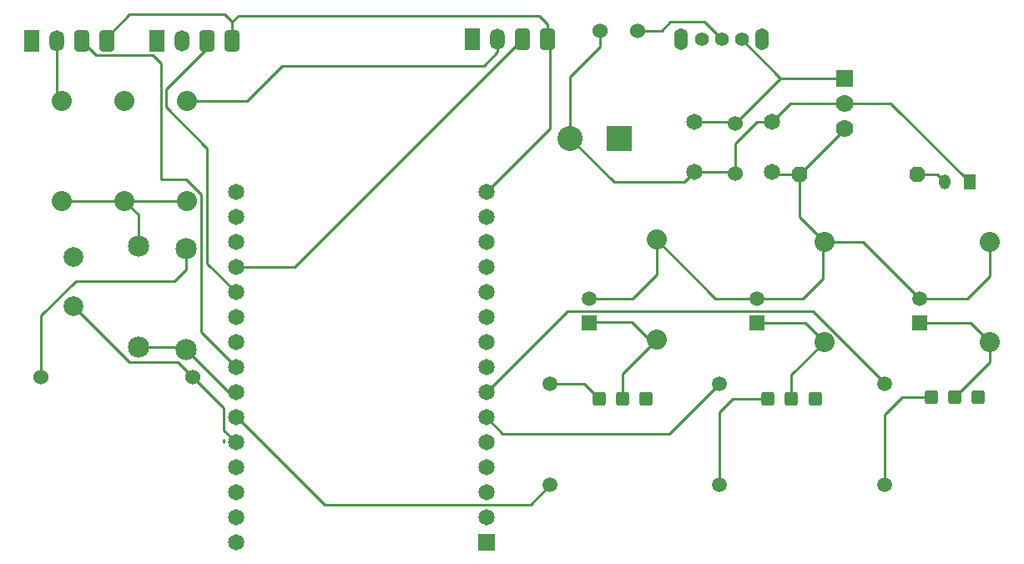
<source format=gtl>
G04*
G04 #@! TF.GenerationSoftware,Altium Limited,CircuitMaker,2.0.3 (2.0.3.51)*
G04*
G04 Layer_Physical_Order=1*
G04 Layer_Color=25308*
%FSLAX23Y23*%
%MOIN*%
G70*
G04*
G04 #@! TF.SameCoordinates,35AC13BF-EB10-43E2-832D-F6A8B62018A4*
G04*
G04*
G04 #@! TF.FilePolarity,Positive*
G04*
G01*
G75*
%ADD13C,0.010*%
%ADD36O,0.045X0.060*%
%ADD37R,0.045X0.060*%
%ADD38C,0.085*%
%ADD39R,0.060X0.085*%
%ADD40O,0.060X0.085*%
G04:AMPARAMS|DCode=41|XSize=60mil|YSize=85mil|CornerRadius=15mil|HoleSize=0mil|Usage=FLASHONLY|Rotation=0.000|XOffset=0mil|YOffset=0mil|HoleType=Round|Shape=RoundedRectangle|*
%AMROUNDEDRECTD41*
21,1,0.060,0.055,0,0,0.0*
21,1,0.030,0.085,0,0,0.0*
1,1,0.030,0.015,-0.028*
1,1,0.030,-0.015,-0.028*
1,1,0.030,-0.015,0.028*
1,1,0.030,0.015,0.028*
%
%ADD41ROUNDEDRECTD41*%
%ADD42C,0.065*%
%ADD43R,0.065X0.065*%
%ADD44C,0.100*%
%ADD45R,0.100X0.100*%
%ADD46C,0.060*%
%ADD47O,0.055X0.087*%
%ADD48C,0.055*%
%ADD49C,0.079*%
%ADD50C,0.080*%
%ADD51C,0.059*%
%ADD52R,0.059X0.059*%
G04:AMPARAMS|DCode=53|XSize=55mil|YSize=55mil|CornerRadius=14mil|HoleSize=0mil|Usage=FLASHONLY|Rotation=180.000|XOffset=0mil|YOffset=0mil|HoleType=Round|Shape=RoundedRectangle|*
%AMROUNDEDRECTD53*
21,1,0.055,0.028,0,0,180.0*
21,1,0.028,0.055,0,0,180.0*
1,1,0.028,-0.014,0.014*
1,1,0.028,0.014,0.014*
1,1,0.028,0.014,-0.014*
1,1,0.028,-0.014,-0.014*
%
%ADD53ROUNDEDRECTD53*%
%ADD54R,0.070X0.070*%
%ADD55C,0.070*%
%ADD56P,0.068X8X202.5*%
D13*
X3510Y4895D02*
X3605Y4895D01*
X3640Y4930D01*
X3360Y4830D02*
X3360Y4895D01*
X4155Y4150D02*
X4255Y4050D01*
X4155Y4150D02*
X4155Y4320D01*
X3820Y3825D02*
X3985Y3825D01*
X3585Y4060D02*
X3820Y3825D01*
X4255Y4050D02*
X4410Y4050D01*
X4635Y3825D01*
X3900Y4445D02*
X3985Y4530D01*
X3925Y4860D02*
X4080Y4705D01*
X4045Y4330D02*
X4055Y4320D01*
X4155Y4320D01*
X4335Y4500D02*
X4335Y4505D01*
X4155Y4320D02*
X4335Y4500D01*
X4705Y4320D02*
X4735Y4290D01*
X4625Y4320D02*
X4705Y4320D01*
X4335Y4605D02*
X4520Y4605D01*
X4835Y4290D01*
X4120Y4605D02*
X4335Y4605D01*
X4045Y4530D02*
X4120Y4605D01*
X3985Y4530D02*
X4045Y4530D01*
X3900Y4325D02*
X3900Y4445D01*
X3895Y4330D02*
X3900Y4325D01*
X3735Y4330D02*
X3895Y4330D01*
X3240Y4465D02*
X3415Y4290D01*
X3695Y4290D01*
X3735Y4330D01*
X3240Y4465D02*
X3240Y4710D01*
X3360Y4830D01*
X3900Y4525D02*
X4080Y4705D01*
X3895Y4530D02*
X3900Y4525D01*
X3735Y4530D02*
X3895Y4530D01*
X4080Y4705D02*
X4335Y4705D01*
X3230Y3775D02*
X4208Y3775D01*
X3775Y4930D02*
X3845Y4860D01*
X3640Y4930D02*
X3775Y4930D01*
X3315Y3825D02*
X3490Y3825D01*
X3585Y3920D01*
X2905Y3450D02*
X3230Y3775D01*
X3635Y3285D02*
X3835Y3485D01*
X2970Y3285D02*
X3635Y3285D01*
X2905Y3350D02*
X2970Y3285D01*
X3295Y3485D02*
X3355Y3425D01*
X3160Y3485D02*
X3295Y3485D01*
X3081Y3000D02*
X3160Y3079D01*
X2260Y3000D02*
X3081Y3000D01*
X1910Y3350D02*
X2260Y3000D01*
X1905Y3350D02*
X1910Y3350D01*
X4915Y3915D02*
X4915Y4050D01*
X4825Y3825D02*
X4915Y3915D01*
X4635Y3825D02*
X4825Y3825D01*
X4635Y3727D02*
X4838Y3727D01*
X4915Y3650D01*
X4915Y3570D02*
X4915Y3650D01*
X4775Y3430D02*
X4915Y3570D01*
X4495Y3079D02*
X4495Y3360D01*
X4565Y3430D01*
X3835Y3079D02*
X3835Y3370D01*
X3890Y3425D02*
X4030Y3425D01*
X3835Y3370D02*
X3890Y3425D01*
X4565Y3430D02*
X4681Y3430D01*
X4208Y3775D02*
X4495Y3488D01*
X4495Y3485D02*
X4495Y3488D01*
X3985Y3825D02*
X4170Y3825D01*
X4250Y4045D02*
X4255Y4050D01*
X4250Y3905D02*
X4250Y4045D01*
X4170Y3825D02*
X4250Y3905D01*
X3985Y3727D02*
X4178Y3727D01*
X4255Y3650D01*
X4124Y3519D02*
X4255Y3650D01*
X4124Y3425D02*
X4124Y3519D01*
X3585Y3920D02*
X3585Y4060D01*
X3315Y3727D02*
X3318Y3730D01*
X3485Y3730D01*
X3555Y3660D01*
X3585Y3660D01*
X3449Y3524D02*
X3585Y3660D01*
X3449Y3425D02*
X3449Y3524D01*
X3150Y3100D02*
X3160Y3090D01*
X3160Y3079D02*
X3160Y3090D01*
X1857Y3297D02*
X1857Y3386D01*
X1857Y3297D02*
X1905Y3250D01*
X1857Y3250D02*
X1857Y3257D01*
X1855Y3260D02*
X1857Y3257D01*
X1733Y3510D02*
X1857Y3386D01*
X1673Y3570D02*
X1733Y3510D01*
X1480Y3570D02*
X1673Y3570D01*
X1255Y3795D02*
X1480Y3570D01*
X1705Y3940D02*
X1705Y4025D01*
X1660Y3895D02*
X1705Y3940D01*
X1265Y3895D02*
X1660Y3895D01*
X1127Y3757D02*
X1265Y3895D01*
X1127Y3510D02*
X1127Y3757D01*
X1900Y3250D02*
X1905Y3250D01*
X2950Y4810D02*
X2950Y4860D01*
X2895Y4755D02*
X2950Y4810D01*
X2090Y4755D02*
X2895Y4755D01*
X1950Y4615D02*
X2090Y4755D01*
X1905Y3950D02*
X2140Y3950D01*
X3050Y4860D01*
X2905Y4250D02*
X3160Y4505D01*
X3160Y4840D01*
X3150Y4850D02*
X3160Y4840D01*
X3150Y4850D02*
X3150Y4860D01*
X3150Y4920D01*
X3115Y4955D02*
X3150Y4920D01*
X1915Y4955D02*
X3115Y4955D01*
X1875Y3450D02*
X1905Y3450D01*
X1705Y3620D02*
X1875Y3450D01*
X1695Y3630D02*
X1705Y3620D01*
X1515Y3630D02*
X1695Y3630D01*
X1705Y4215D02*
X1710Y4220D01*
X1460Y4215D02*
X1705Y4215D01*
X1765Y3690D02*
X1765Y4240D01*
X1790Y3965D02*
X1790Y4425D01*
X1705Y4300D02*
X1765Y4240D01*
X1625Y4590D02*
X1790Y4425D01*
X1710Y4215D02*
X1710Y4220D01*
X1765Y3690D02*
X1905Y3550D01*
X1605Y4300D02*
X1605Y4765D01*
X1605Y4300D02*
X1705Y4300D01*
X1460Y4215D02*
X1515Y4160D01*
X1515Y4035D02*
X1515Y4160D01*
X1210Y4215D02*
X1460Y4215D01*
X1625Y4590D02*
X1625Y4660D01*
X1790Y4825D02*
X1790Y4855D01*
X1625Y4660D02*
X1790Y4825D01*
X1710Y4615D02*
X1950Y4615D01*
X1572Y4798D02*
X1605Y4765D01*
X1347Y4798D02*
X1572Y4798D01*
X1290Y4855D02*
X1347Y4798D01*
X1190Y4635D02*
X1210Y4615D01*
X1190Y4635D02*
X1190Y4855D01*
X1890Y3950D02*
X1905Y3950D01*
X1790Y3965D02*
X1905Y3850D01*
X1890Y4930D02*
X1915Y4955D01*
X1890Y4855D02*
X1890Y4930D01*
X1860Y4960D02*
X1890Y4930D01*
X1480Y4960D02*
X1860Y4960D01*
X1385Y4865D02*
X1480Y4960D01*
X1385Y4865D02*
X1390Y4860D01*
X1390Y4855D02*
X1390Y4860D01*
D36*
X4735Y4290D02*
D03*
D37*
X4835Y4290D02*
D03*
D38*
X1705Y4025D02*
D03*
X1705Y3620D02*
D03*
X1515Y3630D02*
D03*
X1515Y4035D02*
D03*
D39*
X1090Y4855D02*
D03*
X1590Y4855D02*
D03*
X2850Y4860D02*
D03*
D40*
X1190Y4855D02*
D03*
X1690Y4855D02*
D03*
X2950Y4860D02*
D03*
D41*
X1290Y4855D02*
D03*
X1390Y4855D02*
D03*
X1790Y4855D02*
D03*
X1890Y4855D02*
D03*
X3050Y4860D02*
D03*
X3150Y4860D02*
D03*
D42*
X2905Y3150D02*
D03*
X2905Y3050D02*
D03*
X2905Y2950D02*
D03*
X2905Y3250D02*
D03*
X2905Y3350D02*
D03*
X2905Y3450D02*
D03*
X2905Y4050D02*
D03*
X2905Y3950D02*
D03*
X2905Y3850D02*
D03*
X2905Y3550D02*
D03*
X2905Y3650D02*
D03*
X2905Y3750D02*
D03*
X2905Y4250D02*
D03*
X2905Y4150D02*
D03*
X1905Y3150D02*
D03*
X1905Y3050D02*
D03*
X1905Y2850D02*
D03*
X1905Y2950D02*
D03*
X1905Y3250D02*
D03*
X1905Y3350D02*
D03*
X1905Y3450D02*
D03*
X1905Y4050D02*
D03*
X1905Y3950D02*
D03*
X1905Y3850D02*
D03*
X1905Y3550D02*
D03*
X1905Y3650D02*
D03*
X1905Y3750D02*
D03*
X1905Y4250D02*
D03*
X1905Y4150D02*
D03*
X4045Y4530D02*
D03*
X4045Y4330D02*
D03*
X3735Y4330D02*
D03*
X3735Y4530D02*
D03*
D43*
X2905Y2850D02*
D03*
D44*
X3240Y4465D02*
D03*
D45*
X3437Y4465D02*
D03*
D46*
X3360Y4895D02*
D03*
X3510Y4895D02*
D03*
X1733Y3510D02*
D03*
X1127Y3510D02*
D03*
X3900Y4325D02*
D03*
X3900Y4525D02*
D03*
D47*
X3683Y4860D02*
D03*
X4007Y4860D02*
D03*
D48*
X3765Y4860D02*
D03*
X3845Y4860D02*
D03*
X3925Y4860D02*
D03*
D49*
X1255Y3795D02*
D03*
X1255Y3992D02*
D03*
D50*
X1460Y4215D02*
D03*
X1460Y4615D02*
D03*
X1710Y4215D02*
D03*
X1710Y4615D02*
D03*
X4915Y4050D02*
D03*
X4915Y3650D02*
D03*
X4255Y4050D02*
D03*
X4255Y3650D02*
D03*
X3585Y4060D02*
D03*
X3585Y3660D02*
D03*
X1210Y4215D02*
D03*
X1210Y4615D02*
D03*
D51*
X3985Y3825D02*
D03*
X4635Y3825D02*
D03*
X3315Y3825D02*
D03*
X4495Y3079D02*
D03*
X4495Y3485D02*
D03*
X3835Y3079D02*
D03*
X3835Y3485D02*
D03*
X3160Y3079D02*
D03*
X3160Y3485D02*
D03*
D52*
X3985Y3727D02*
D03*
X4635Y3727D02*
D03*
X3315Y3727D02*
D03*
D53*
X4869Y3430D02*
D03*
X4775Y3430D02*
D03*
X4681Y3430D02*
D03*
X4218Y3425D02*
D03*
X4124Y3425D02*
D03*
X4030Y3425D02*
D03*
X3543Y3425D02*
D03*
X3449Y3425D02*
D03*
X3355Y3425D02*
D03*
D54*
X4335Y4705D02*
D03*
D55*
X4335Y4605D02*
D03*
X4335Y4505D02*
D03*
D56*
X4625Y4320D02*
D03*
X4155Y4320D02*
D03*
M02*

</source>
